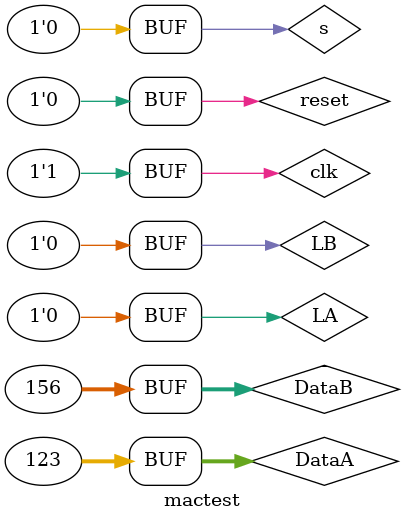
<source format=v>
`timescale 1ns / 1ps


module mactest;

	// Inputs
	reg clk;
	reg reset;
	reg LA;
	reg LB;
	reg s;
	reg [31:0] DataA;
	reg [31:0] DataB;

	// Outputs
	wire [63:0] P;
	wire Finish;

	// Instantiate the Unit Under Test (UUT)
	shiftandmultiply uut (
		.clk(clk), 
		.reset(reset), 
		.LA(LA), 
		.LB(LB), 
		.s(s), 
		.DataA(DataA), 
		.DataB(DataB), 
		.P(P), 
		.Finish(Finish)
	);
always
	begin
		clk = 0; #5;
		clk = 1; #5;
	end
	initial begin
		// Initialize Inputs
		reset = 1;
		LA = 0;
		LB = 0;
		s = 0;
		DataA = 0;
		DataB = 0;
		#10;
		reset = 0;
		// Wait 100 ns for global reset to finish
		#100;
        
		// Add stimulus here
		DataA = 123; DataB = 156;
		#30;
		LA = 1; LB = 1;
		#10;
		LA = 0; LB = 0;
		#10;
		s = 1;
		#50;
		s = 0;
		#10;
		
		
	end
endmodule

</source>
